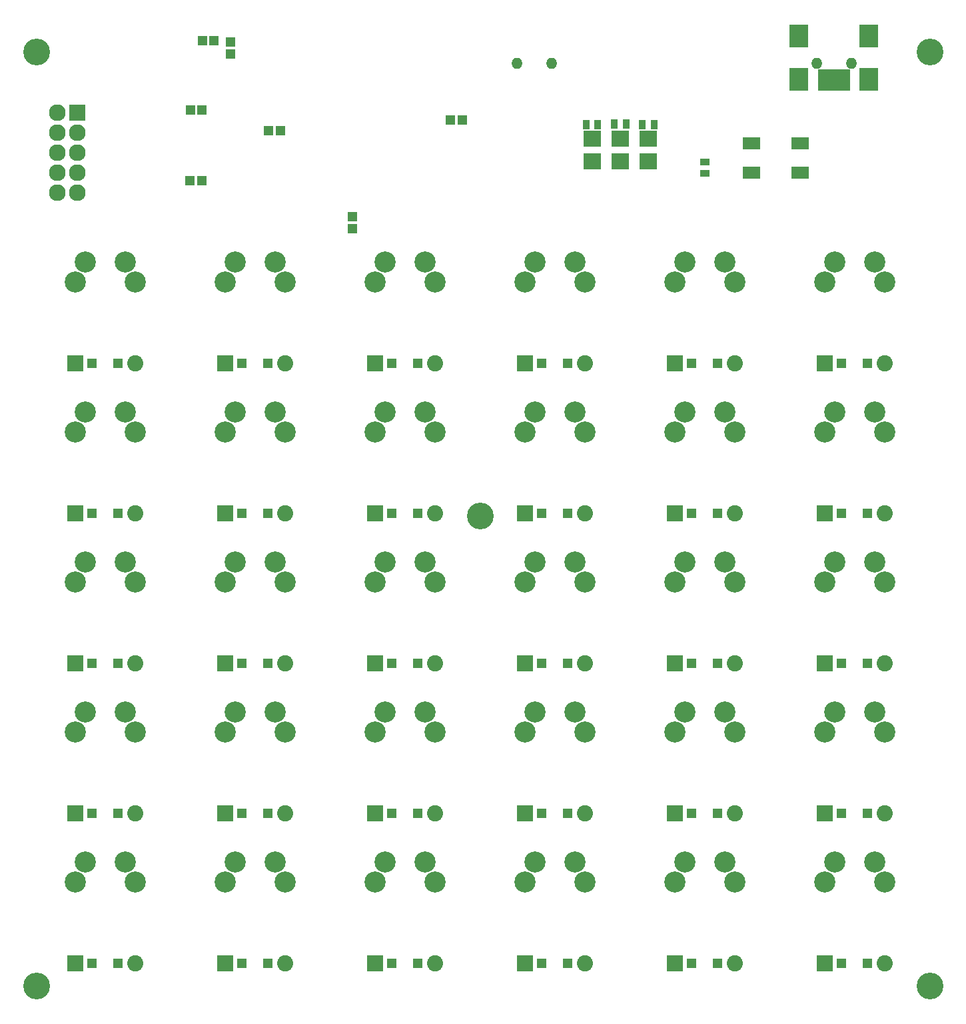
<source format=gts>
G04 #@! TF.FileFunction,Soldermask,Top*
%FSLAX46Y46*%
G04 Gerber Fmt 4.6, Leading zero omitted, Abs format (unit mm)*
G04 Created by KiCad (PCBNEW 4.0.3-stable) date 08/13/16 09:37:38*
%MOMM*%
%LPD*%
G01*
G04 APERTURE LIST*
%ADD10C,0.100000*%
%ADD11C,3.400000*%
%ADD12C,2.051000*%
%ADD13R,1.238200X1.238200*%
%ADD14R,2.051000X2.051000*%
%ADD15C,2.686000*%
%ADD16R,2.200860X1.997660*%
%ADD17R,2.127200X2.127200*%
%ADD18O,2.127200X2.127200*%
%ADD19O,1.400000X1.400000*%
%ADD20R,0.900000X2.700000*%
%ADD21R,2.400000X2.900000*%
%ADD22R,1.200000X1.150000*%
%ADD23R,1.150000X1.200000*%
%ADD24R,1.300000X0.900000*%
%ADD25R,0.900000X1.300000*%
%ADD26R,2.200000X1.500000*%
G04 APERTURE END LIST*
D10*
D11*
X79502000Y-75692000D03*
X23114000Y-135382000D03*
X136652000Y-135382000D03*
X23114000Y-16764000D03*
D12*
X35659354Y-56257271D03*
D13*
X33513054Y-56257271D03*
D14*
X28039354Y-56257271D03*
D13*
X30185654Y-56257271D03*
D12*
X35659354Y-75307352D03*
D13*
X33513054Y-75307352D03*
D14*
X28039354Y-75307352D03*
D13*
X30185654Y-75307352D03*
D12*
X35659354Y-94357433D03*
D13*
X33513054Y-94357433D03*
D14*
X28039354Y-94357433D03*
D13*
X30185654Y-94357433D03*
D12*
X35659354Y-113407515D03*
D13*
X33513054Y-113407515D03*
D14*
X28039354Y-113407515D03*
D13*
X30185654Y-113407515D03*
D12*
X35659354Y-132457596D03*
D13*
X33513054Y-132457596D03*
D14*
X28039354Y-132457596D03*
D13*
X30185654Y-132457596D03*
D12*
X54709435Y-56257271D03*
D13*
X52563135Y-56257271D03*
D14*
X47089435Y-56257271D03*
D13*
X49235735Y-56257271D03*
D12*
X54709435Y-75307352D03*
D13*
X52563135Y-75307352D03*
D14*
X47089435Y-75307352D03*
D13*
X49235735Y-75307352D03*
D12*
X54709435Y-94357433D03*
D13*
X52563135Y-94357433D03*
D14*
X47089435Y-94357433D03*
D13*
X49235735Y-94357433D03*
D12*
X54709435Y-113407515D03*
D13*
X52563135Y-113407515D03*
D14*
X47089435Y-113407515D03*
D13*
X49235735Y-113407515D03*
D12*
X54709435Y-132457596D03*
D13*
X52563135Y-132457596D03*
D14*
X47089435Y-132457596D03*
D13*
X49235735Y-132457596D03*
D12*
X73759517Y-56257271D03*
D13*
X71613217Y-56257271D03*
D14*
X66139517Y-56257271D03*
D13*
X68285817Y-56257271D03*
D12*
X73759517Y-75307352D03*
D13*
X71613217Y-75307352D03*
D14*
X66139517Y-75307352D03*
D13*
X68285817Y-75307352D03*
D12*
X73759517Y-94357433D03*
D13*
X71613217Y-94357433D03*
D14*
X66139517Y-94357433D03*
D13*
X68285817Y-94357433D03*
D12*
X73759517Y-113407515D03*
D13*
X71613217Y-113407515D03*
D14*
X66139517Y-113407515D03*
D13*
X68285817Y-113407515D03*
D12*
X73759517Y-132457596D03*
D13*
X71613217Y-132457596D03*
D14*
X66139517Y-132457596D03*
D13*
X68285817Y-132457596D03*
D12*
X92809598Y-56257271D03*
D13*
X90663298Y-56257271D03*
D14*
X85189598Y-56257271D03*
D13*
X87335898Y-56257271D03*
D12*
X92809598Y-75307352D03*
D13*
X90663298Y-75307352D03*
D14*
X85189598Y-75307352D03*
D13*
X87335898Y-75307352D03*
D12*
X92809598Y-94357433D03*
D13*
X90663298Y-94357433D03*
D14*
X85189598Y-94357433D03*
D13*
X87335898Y-94357433D03*
D12*
X92809598Y-113407515D03*
D13*
X90663298Y-113407515D03*
D14*
X85189598Y-113407515D03*
D13*
X87335898Y-113407515D03*
D12*
X92809598Y-132457596D03*
D13*
X90663298Y-132457596D03*
D14*
X85189598Y-132457596D03*
D13*
X87335898Y-132457596D03*
D12*
X111859679Y-56257271D03*
D13*
X109713379Y-56257271D03*
D14*
X104239679Y-56257271D03*
D13*
X106385979Y-56257271D03*
D12*
X111859679Y-75307352D03*
D13*
X109713379Y-75307352D03*
D14*
X104239679Y-75307352D03*
D13*
X106385979Y-75307352D03*
D12*
X111859679Y-94357433D03*
D13*
X109713379Y-94357433D03*
D14*
X104239679Y-94357433D03*
D13*
X106385979Y-94357433D03*
D12*
X111859679Y-113407515D03*
D13*
X109713379Y-113407515D03*
D14*
X104239679Y-113407515D03*
D13*
X106385979Y-113407515D03*
D12*
X111859679Y-132457596D03*
D13*
X109713379Y-132457596D03*
D14*
X104239679Y-132457596D03*
D13*
X106385979Y-132457596D03*
D12*
X130909761Y-56257271D03*
D13*
X128763461Y-56257271D03*
D14*
X123289761Y-56257271D03*
D13*
X125436061Y-56257271D03*
D12*
X130909761Y-75307352D03*
D13*
X128763461Y-75307352D03*
D14*
X123289761Y-75307352D03*
D13*
X125436061Y-75307352D03*
D12*
X130909761Y-94357433D03*
D13*
X128763461Y-94357433D03*
D14*
X123289761Y-94357433D03*
D13*
X125436061Y-94357433D03*
D12*
X130909761Y-113407515D03*
D13*
X128763461Y-113407515D03*
D14*
X123289761Y-113407515D03*
D13*
X125436061Y-113407515D03*
D12*
X130909761Y-132457596D03*
D13*
X128763461Y-132457596D03*
D14*
X123289761Y-132457596D03*
D13*
X125436061Y-132457596D03*
D15*
X34389354Y-119638500D03*
X28039354Y-122178500D03*
X35659354Y-122178500D03*
X29309354Y-119638500D03*
X53439435Y-119638500D03*
X47089435Y-122178500D03*
X54709435Y-122178500D03*
X48359435Y-119638500D03*
X72489517Y-119638500D03*
X66139517Y-122178500D03*
X73759517Y-122178500D03*
X67409517Y-119638500D03*
X91539598Y-119638500D03*
X85189598Y-122178500D03*
X92809598Y-122178500D03*
X86459598Y-119638500D03*
X110589679Y-119638500D03*
X104239679Y-122178500D03*
X111859679Y-122178500D03*
X105509679Y-119638500D03*
X34389354Y-100588419D03*
X28039354Y-103128419D03*
X35659354Y-103128419D03*
X29309354Y-100588419D03*
X53439435Y-100588419D03*
X47089435Y-103128419D03*
X54709435Y-103128419D03*
X48359435Y-100588419D03*
X72489517Y-100588419D03*
X66139517Y-103128419D03*
X73759517Y-103128419D03*
X67409517Y-100588419D03*
X91539598Y-100588419D03*
X85189598Y-103128419D03*
X92809598Y-103128419D03*
X86459598Y-100588419D03*
X110589679Y-100588419D03*
X104239679Y-103128419D03*
X111859679Y-103128419D03*
X105509679Y-100588419D03*
X34389354Y-81538338D03*
X28039354Y-84078338D03*
X35659354Y-84078338D03*
X29309354Y-81538338D03*
X53439435Y-81538338D03*
X47089435Y-84078338D03*
X54709435Y-84078338D03*
X48359435Y-81538338D03*
X72489517Y-81538338D03*
X66139517Y-84078338D03*
X73759517Y-84078338D03*
X67409517Y-81538338D03*
X91539598Y-81538338D03*
X85189598Y-84078338D03*
X92809598Y-84078338D03*
X86459598Y-81538338D03*
X110589679Y-81538338D03*
X104239679Y-84078338D03*
X111859679Y-84078338D03*
X105509679Y-81538338D03*
X34389354Y-62488257D03*
X28039354Y-65028257D03*
X35659354Y-65028257D03*
X29309354Y-62488257D03*
X53439435Y-62488257D03*
X47089435Y-65028257D03*
X54709435Y-65028257D03*
X48359435Y-62488257D03*
X72489517Y-62488257D03*
X66139517Y-65028257D03*
X73759517Y-65028257D03*
X67409517Y-62488257D03*
X91539598Y-62488257D03*
X85189598Y-65028257D03*
X92809598Y-65028257D03*
X86459598Y-62488257D03*
X110589679Y-62488257D03*
X104239679Y-65028257D03*
X111859679Y-65028257D03*
X105509679Y-62488257D03*
X34389354Y-43438175D03*
X28039354Y-45978175D03*
X35659354Y-45978175D03*
X29309354Y-43438175D03*
X53439435Y-43438175D03*
X47089435Y-45978175D03*
X54709435Y-45978175D03*
X48359435Y-43438175D03*
X72489517Y-43438175D03*
X66139517Y-45978175D03*
X73759517Y-45978175D03*
X67409517Y-43438175D03*
X91539598Y-43438175D03*
X85189598Y-45978175D03*
X92809598Y-45978175D03*
X86459598Y-43438175D03*
X110589679Y-43438175D03*
X104239679Y-45978175D03*
X111859679Y-45978175D03*
X105509679Y-43438175D03*
X129639761Y-119638500D03*
X123289761Y-122178500D03*
X130909761Y-122178500D03*
X124559761Y-119638500D03*
X129639761Y-100588419D03*
X123289761Y-103128419D03*
X130909761Y-103128419D03*
X124559761Y-100588419D03*
X129639761Y-81538338D03*
X123289761Y-84078338D03*
X130909761Y-84078338D03*
X124559761Y-81538338D03*
X129639761Y-62488257D03*
X123289761Y-65028257D03*
X130909761Y-65028257D03*
X124559761Y-62488257D03*
X129639761Y-43438175D03*
X123289761Y-45978175D03*
X130909761Y-45978175D03*
X124559761Y-43438175D03*
D16*
X93717709Y-30613695D03*
X93717709Y-27773975D03*
X97334009Y-30590297D03*
X97334009Y-27750577D03*
X100850029Y-30613695D03*
X100850029Y-27773975D03*
D17*
X28338109Y-24438955D03*
D18*
X25798109Y-24438955D03*
X28338109Y-26978955D03*
X25798109Y-26978955D03*
X28338109Y-29518955D03*
X25798109Y-29518955D03*
X28338109Y-32058955D03*
X25798109Y-32058955D03*
X28338109Y-34598955D03*
X25798109Y-34598955D03*
D19*
X84195560Y-18170600D03*
X88595560Y-18170600D03*
D20*
X126060000Y-20296000D03*
X125260000Y-20296000D03*
X124460000Y-20296000D03*
X123660000Y-20296000D03*
X122860000Y-20296000D03*
D21*
X128910000Y-14696000D03*
X120010000Y-14696000D03*
X128910000Y-20196000D03*
X120010000Y-20196000D03*
D19*
X126660000Y-18196000D03*
X122260000Y-18196000D03*
X122260000Y-18196000D03*
X126660000Y-18196000D03*
D22*
X75731269Y-25330495D03*
X77231269Y-25330495D03*
X44184000Y-24130000D03*
X42684000Y-24130000D03*
D23*
X47752000Y-17006000D03*
X47752000Y-15506000D03*
D22*
X44128120Y-33060640D03*
X42628120Y-33060640D03*
D23*
X63286640Y-37639560D03*
X63286640Y-39139560D03*
D22*
X54110320Y-26741120D03*
X52610320Y-26741120D03*
X45708000Y-15323820D03*
X44208000Y-15323820D03*
D24*
X108028740Y-32164720D03*
X108028740Y-30664720D03*
D25*
X94467709Y-25924855D03*
X92967709Y-25924855D03*
X98084009Y-25896204D03*
X96584009Y-25896204D03*
X101600029Y-25924855D03*
X100100029Y-25924855D03*
D26*
X113994000Y-28376000D03*
X120194000Y-28376000D03*
X113994000Y-32076000D03*
X120194000Y-32076000D03*
D11*
X136652000Y-16764000D03*
M02*

</source>
